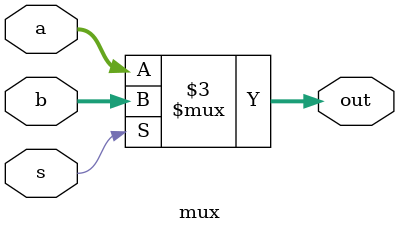
<source format=v>
`timescale 1ns / 1ps


module mux(
    input wire [15:0] a,
    input wire [15:0] b,
    input wire s,
    output reg [15:0] out
    );
    
    always @ (a or b or s)
    begin
        if (s)
            out = b;
        else
            out = a;
    end
    
endmodule

</source>
